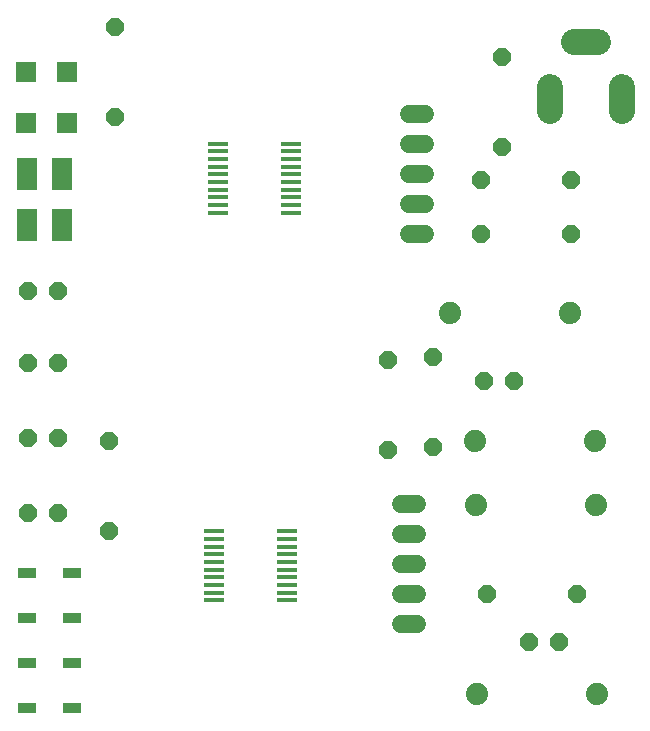
<source format=gts>
G75*
%MOIN*%
%OFA0B0*%
%FSLAX25Y25*%
%IPPOS*%
%LPD*%
%AMOC8*
5,1,8,0,0,1.08239X$1,22.5*
%
%ADD10R,0.06115X0.03753*%
%ADD11C,0.07400*%
%ADD12C,0.08674*%
%ADD13R,0.07099X0.01784*%
%ADD14R,0.06706X0.06706*%
%ADD15OC8,0.05950*%
%ADD16R,0.06706X0.11036*%
%ADD17C,0.06000*%
%ADD18OC8,0.06000*%
D10*
X0020020Y0016000D03*
X0034980Y0016000D03*
X0034980Y0031000D03*
X0020020Y0031000D03*
X0020020Y0046000D03*
X0034980Y0046000D03*
X0034980Y0061000D03*
X0020020Y0061000D03*
D11*
X0161000Y0147500D03*
X0201000Y0147500D03*
X0209500Y0105000D03*
X0209906Y0083508D03*
X0169906Y0083508D03*
X0169500Y0105000D03*
X0170000Y0020500D03*
X0210000Y0020500D03*
D12*
X0218311Y0215063D02*
X0218311Y0222937D01*
X0210437Y0237898D02*
X0202563Y0237898D01*
X0194295Y0222937D02*
X0194295Y0215063D01*
D13*
X0108248Y0204146D03*
X0108248Y0201587D03*
X0108248Y0199028D03*
X0108248Y0196469D03*
X0108248Y0193909D03*
X0108248Y0191350D03*
X0108248Y0188791D03*
X0108248Y0186232D03*
X0108248Y0183673D03*
X0108248Y0181114D03*
X0083839Y0181114D03*
X0083839Y0183673D03*
X0083839Y0186232D03*
X0083839Y0188791D03*
X0083839Y0191350D03*
X0083839Y0193909D03*
X0083839Y0196469D03*
X0083839Y0199028D03*
X0083839Y0201587D03*
X0083839Y0204146D03*
X0082445Y0074913D03*
X0082445Y0072354D03*
X0082445Y0069795D03*
X0082445Y0067236D03*
X0082445Y0064677D03*
X0082445Y0062118D03*
X0082445Y0059559D03*
X0082445Y0057000D03*
X0082445Y0054441D03*
X0082445Y0051882D03*
X0106854Y0051882D03*
X0106854Y0054441D03*
X0106854Y0057000D03*
X0106854Y0059559D03*
X0106854Y0062118D03*
X0106854Y0064677D03*
X0106854Y0067236D03*
X0106854Y0069795D03*
X0106854Y0072354D03*
X0106854Y0074913D03*
D14*
X0033390Y0211000D03*
X0019610Y0211000D03*
X0019610Y0228000D03*
X0033390Y0228000D03*
D15*
X0030500Y0155000D03*
X0020500Y0155000D03*
X0020500Y0131000D03*
X0030500Y0131000D03*
X0030500Y0106000D03*
X0020500Y0106000D03*
X0020500Y0081000D03*
X0030500Y0081000D03*
D16*
X0031906Y0177000D03*
X0020094Y0177000D03*
X0020094Y0194000D03*
X0031906Y0194000D03*
D17*
X0144900Y0084000D02*
X0150100Y0084000D01*
X0150100Y0074000D02*
X0144900Y0074000D01*
X0144900Y0064000D02*
X0150100Y0064000D01*
X0150100Y0054000D02*
X0144900Y0054000D01*
X0144900Y0044000D02*
X0150100Y0044000D01*
X0152600Y0174000D02*
X0147400Y0174000D01*
X0147400Y0184000D02*
X0152600Y0184000D01*
X0152600Y0194000D02*
X0147400Y0194000D01*
X0147400Y0204000D02*
X0152600Y0204000D01*
X0152600Y0214000D02*
X0147400Y0214000D01*
D18*
X0171500Y0192000D03*
X0178500Y0203000D03*
X0201500Y0192000D03*
X0201500Y0174000D03*
X0171500Y0174000D03*
X0155500Y0133000D03*
X0140500Y0132000D03*
X0155500Y0103000D03*
X0140500Y0102000D03*
X0172500Y0125000D03*
X0182500Y0125000D03*
X0173500Y0054000D03*
X0187500Y0038000D03*
X0197500Y0038000D03*
X0203500Y0054000D03*
X0047500Y0075000D03*
X0047500Y0105000D03*
X0049500Y0213000D03*
X0049500Y0243000D03*
X0178500Y0233000D03*
M02*

</source>
